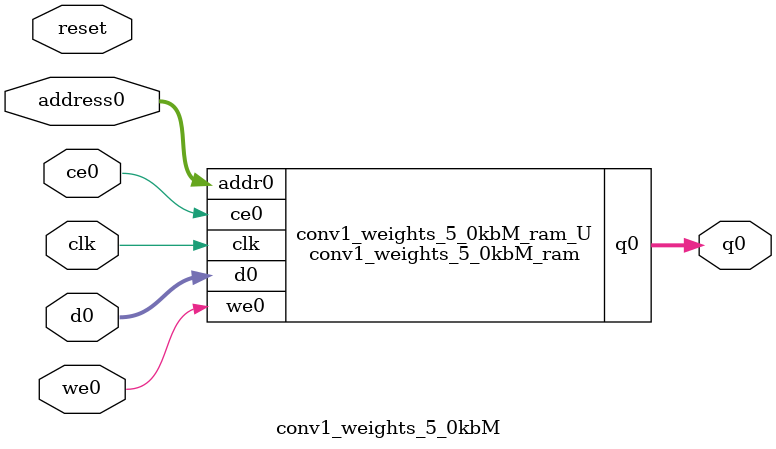
<source format=v>

`timescale 1 ns / 1 ps
module conv1_weights_5_0kbM_ram (addr0, ce0, d0, we0, q0,  clk);

parameter DWIDTH = 32;
parameter AWIDTH = 12;
parameter MEM_SIZE = 3000;

input[AWIDTH-1:0] addr0;
input ce0;
input[DWIDTH-1:0] d0;
input we0;
output reg[DWIDTH-1:0] q0;
input clk;

(* ram_style = "block" *)reg [DWIDTH-1:0] ram[0:MEM_SIZE-1];




always @(posedge clk)  
begin 
    if (ce0) 
    begin
        if (we0) 
        begin 
            ram[addr0] <= d0; 
            q0 <= d0;
        end 
        else 
            q0 <= ram[addr0];
    end
end


endmodule


`timescale 1 ns / 1 ps
module conv1_weights_5_0kbM(
    reset,
    clk,
    address0,
    ce0,
    we0,
    d0,
    q0);

parameter DataWidth = 32'd32;
parameter AddressRange = 32'd3000;
parameter AddressWidth = 32'd12;
input reset;
input clk;
input[AddressWidth - 1:0] address0;
input ce0;
input we0;
input[DataWidth - 1:0] d0;
output[DataWidth - 1:0] q0;



conv1_weights_5_0kbM_ram conv1_weights_5_0kbM_ram_U(
    .clk( clk ),
    .addr0( address0 ),
    .ce0( ce0 ),
    .we0( we0 ),
    .d0( d0 ),
    .q0( q0 ));

endmodule


</source>
